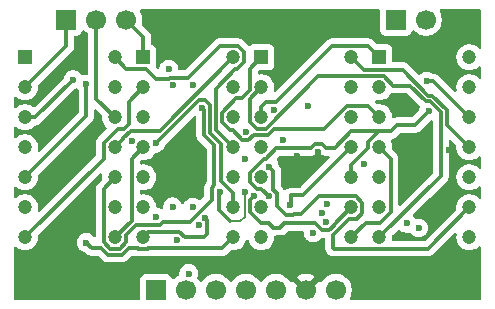
<source format=gbr>
%TF.GenerationSoftware,KiCad,Pcbnew,9.0.6*%
%TF.CreationDate,2025-12-12T15:58:06+01:00*%
%TF.ProjectId,nsm4202A_MAN3910,6e736d34-3230-4324-915f-4d414e333931,rev?*%
%TF.SameCoordinates,Original*%
%TF.FileFunction,Copper,L2,Inr*%
%TF.FilePolarity,Positive*%
%FSLAX46Y46*%
G04 Gerber Fmt 4.6, Leading zero omitted, Abs format (unit mm)*
G04 Created by KiCad (PCBNEW 9.0.6) date 2025-12-12 15:58:06*
%MOMM*%
%LPD*%
G01*
G04 APERTURE LIST*
%TA.AperFunction,ComponentPad*%
%ADD10R,1.700000X1.700000*%
%TD*%
%TA.AperFunction,ComponentPad*%
%ADD11C,1.700000*%
%TD*%
%TA.AperFunction,ComponentPad*%
%ADD12R,1.200000X1.200000*%
%TD*%
%TA.AperFunction,ComponentPad*%
%ADD13C,1.200000*%
%TD*%
%TA.AperFunction,ViaPad*%
%ADD14C,0.600000*%
%TD*%
%TA.AperFunction,Conductor*%
%ADD15C,0.300000*%
%TD*%
%TA.AperFunction,Conductor*%
%ADD16C,0.200000*%
%TD*%
G04 APERTURE END LIST*
D10*
%TO.N,/D1_R1*%
%TO.C,J3*%
X104900000Y-76340000D03*
D11*
%TO.N,/D1_R2*%
X107440000Y-76340000D03*
%TO.N,/D1_R3*%
X109980000Y-76340000D03*
%TD*%
D10*
%TO.N,unconnected-(J1-Pin_1-Pad1)*%
%TO.C,J1*%
X112500000Y-99200000D03*
D11*
%TO.N,/SDA*%
X115040000Y-99200000D03*
%TO.N,/SCL*%
X117580000Y-99200000D03*
%TO.N,+5V*%
X120120000Y-99200000D03*
%TO.N,unconnected-(J1-Pin_5-Pad5)*%
X122660000Y-99200000D03*
%TO.N,GND*%
X125200000Y-99200000D03*
%TO.N,/D1_C8*%
X127740000Y-99200000D03*
%TD*%
D10*
%TO.N,/D1_R4*%
%TO.C,J2*%
X132825000Y-76340000D03*
D11*
%TO.N,/D1_R5*%
X135365000Y-76340000D03*
%TD*%
D12*
%TO.N,/D2_R3*%
%TO.C,DS4*%
X131420000Y-79520400D03*
D13*
%TO.N,/D2_C1*%
X131420000Y-82060400D03*
%TO.N,/D2_C3*%
X131420000Y-84600400D03*
%TO.N,/D2_C4*%
X131420000Y-87140400D03*
%TO.N,/D2_R2*%
X131420000Y-89680400D03*
%TO.N,unconnected-(DS4-NO_PIN-Pad6)*%
X131420000Y-92220400D03*
%TO.N,/D2_R1*%
X131420000Y-94760400D03*
%TO.N,/D2_R4*%
X139040000Y-94760400D03*
%TO.N,/D2_C7*%
X139040000Y-92220400D03*
%TO.N,/D2_C6*%
X139040000Y-89680400D03*
%TO.N,/D2_C5*%
X139040000Y-87140400D03*
%TO.N,/D2_C2*%
X139040000Y-84600400D03*
%TO.N,/D2_R6*%
X139040000Y-82060400D03*
%TO.N,/D2_R5*%
X139040000Y-79520400D03*
%TD*%
D12*
%TO.N,/D1_C3*%
%TO.C,DS1*%
X101420000Y-79520400D03*
D13*
%TO.N,/D1_R1*%
X101420000Y-82060400D03*
%TO.N,/D1_R3*%
X101420000Y-84600400D03*
%TO.N,/D1_R4*%
X101420000Y-87140400D03*
%TO.N,/D1_C2*%
X101420000Y-89680400D03*
%TO.N,unconnected-(DS1-NO_PIN-Pad6)*%
X101420000Y-92220400D03*
%TO.N,/D1_C1*%
X101420000Y-94760400D03*
%TO.N,/D1_C4*%
X109040000Y-94760400D03*
%TO.N,/D1_R7*%
X109040000Y-92220400D03*
%TO.N,/D1_R6*%
X109040000Y-89680400D03*
%TO.N,/D1_R5*%
X109040000Y-87140400D03*
%TO.N,/D1_R2*%
X109040000Y-84600400D03*
%TO.N,/D1_C6*%
X109040000Y-82060400D03*
%TO.N,/D1_C5*%
X109040000Y-79520400D03*
%TD*%
D12*
%TO.N,/D1_R3*%
%TO.C,DS2*%
X111420000Y-79520400D03*
D13*
%TO.N,/D1_C1*%
X111420000Y-82060400D03*
%TO.N,/D1_C3*%
X111420000Y-84600400D03*
%TO.N,/D1_C4*%
X111420000Y-87140400D03*
%TO.N,/D1_R2*%
X111420000Y-89680400D03*
%TO.N,unconnected-(DS2-NO_PIN-Pad6)*%
X111420000Y-92220400D03*
%TO.N,/D1_R1*%
X111420000Y-94760400D03*
%TO.N,/D1_R4*%
X119040000Y-94760400D03*
%TO.N,/D1_C7*%
X119040000Y-92220400D03*
%TO.N,/D1_C6*%
X119040000Y-89680400D03*
%TO.N,/D1_C5*%
X119040000Y-87140400D03*
%TO.N,/D1_C2*%
X119040000Y-84600400D03*
%TO.N,/D1_R6*%
X119040000Y-82060400D03*
%TO.N,/D1_R5*%
X119040000Y-79520400D03*
%TD*%
D12*
%TO.N,/D2_C3*%
%TO.C,DS3*%
X121420000Y-79520400D03*
D13*
%TO.N,/D2_R1*%
X121420000Y-82060400D03*
%TO.N,/D2_R3*%
X121420000Y-84600400D03*
%TO.N,/D2_R4*%
X121420000Y-87140400D03*
%TO.N,/D2_C2*%
X121420000Y-89680400D03*
%TO.N,unconnected-(DS3-NO_PIN-Pad6)*%
X121420000Y-92220400D03*
%TO.N,/D2_C1*%
X121420000Y-94760400D03*
%TO.N,/D2_C4*%
X129040000Y-94760400D03*
%TO.N,/D2_R7*%
X129040000Y-92220400D03*
%TO.N,/D2_R6*%
X129040000Y-89680400D03*
%TO.N,/D2_R5*%
X129040000Y-87140400D03*
%TO.N,/D2_R2*%
X129040000Y-84600400D03*
%TO.N,/D2_C6*%
X129040000Y-82060400D03*
%TO.N,/D2_C5*%
X129040000Y-79520400D03*
%TD*%
D14*
%TO.N,GND*%
X120420000Y-96200000D03*
%TO.N,/SDA*%
X120100000Y-85825000D03*
X133750000Y-93575000D03*
%TO.N,/SCL*%
X120075000Y-88100000D03*
X134742985Y-93965644D03*
X115271950Y-97819346D03*
%TO.N,+5V*%
X117912366Y-90887634D03*
X120054400Y-90932320D03*
X125814154Y-94371605D03*
X130161231Y-88513200D03*
X113925000Y-92175000D03*
%TO.N,GND*%
X133750000Y-83110000D03*
X133280000Y-98520000D03*
X105400000Y-88740000D03*
X124479999Y-87849999D03*
X105310000Y-84480000D03*
X136100000Y-98490000D03*
X122520000Y-96200000D03*
X106370000Y-77810000D03*
X134700000Y-98510000D03*
X116064800Y-89435200D03*
X124550000Y-79090000D03*
X114620000Y-76420000D03*
X134800000Y-86537500D03*
X109300000Y-97470000D03*
X114250000Y-95010000D03*
X105860000Y-79620000D03*
X123610000Y-80360000D03*
X115230000Y-88600400D03*
X104090000Y-89860000D03*
X138810000Y-98570000D03*
X137410000Y-98490000D03*
X113100000Y-76480000D03*
X106670000Y-91360000D03*
X136650000Y-79240000D03*
X119400000Y-96200000D03*
X104040000Y-81250000D03*
X106180000Y-78580000D03*
X131460000Y-98940000D03*
X105310000Y-92300000D03*
X125230000Y-88600000D03*
X116350000Y-76480000D03*
X136430000Y-93410000D03*
X133550000Y-87520000D03*
X126254334Y-87544772D03*
X114589800Y-87960200D03*
X137440000Y-90550000D03*
X123970000Y-95250000D03*
X103290000Y-85880000D03*
X107440000Y-85830000D03*
X125780000Y-77110000D03*
X125895000Y-88205000D03*
X137320000Y-87390000D03*
%TO.N,/D1_R2*%
X116114522Y-93676145D03*
%TO.N,/D1_C8*%
X110443637Y-86633724D03*
%TO.N,/D1_C2*%
X115650000Y-81850000D03*
X106600000Y-81775000D03*
%TO.N,/D1_C3*%
X113600000Y-80500000D03*
%TO.N,/D1_C7*%
X112510824Y-86776244D03*
%TO.N,/D1_C4*%
X113991398Y-81886544D03*
%TO.N,/D1_R4*%
X106600000Y-95200000D03*
%TO.N,/D1_R1*%
X116696370Y-93099467D03*
%TO.N,/D1_R3*%
X105500000Y-81400000D03*
X115631192Y-92184745D03*
%TO.N,/D1_R6*%
X116408146Y-83824603D03*
%TO.N,/D1_R5*%
X112550000Y-93050000D03*
%TO.N,/D2_R5*%
X123829318Y-92030621D03*
%TO.N,/D2_C7*%
X122106317Y-88757646D03*
%TO.N,/D2_C2*%
X135425000Y-81550000D03*
%TO.N,/D2_R7*%
X120797752Y-91253284D03*
%TO.N,/D2_R6*%
X122071478Y-91285194D03*
X135585419Y-84089581D03*
%TO.N,/D2_R3*%
X126561789Y-92675350D03*
%TO.N,/D2_C5*%
X122471080Y-83975000D03*
%TO.N,/D2_C6*%
X123275000Y-86475000D03*
%TO.N,/D2_R4*%
X126875000Y-93475000D03*
%TO.N,/D2_R2*%
X127014459Y-91955910D03*
%TO.N,/D2_C4*%
X125366381Y-83594670D03*
%TD*%
D15*
%TO.N,+5V*%
X117804775Y-90995225D02*
X117912366Y-90887634D01*
D16*
X120018000Y-90968720D02*
X120018000Y-93022000D01*
D15*
X117804775Y-92465775D02*
X117804775Y-90995225D01*
D16*
X120018000Y-93022000D02*
X119640000Y-93400000D01*
X119640000Y-93400000D02*
X118739000Y-93400000D01*
X120054400Y-90932320D02*
X120018000Y-90968720D01*
D15*
X118739000Y-93400000D02*
X117804775Y-92465775D01*
%TO.N,/D1_R2*%
X107440000Y-83000400D02*
X109040000Y-84600400D01*
X107440000Y-76340000D02*
X107440000Y-83000400D01*
%TO.N,/D1_C5*%
X117589000Y-85689400D02*
X117589000Y-82166482D01*
X120000000Y-79100000D02*
X119469400Y-78569400D01*
X113735751Y-81227242D02*
X113648251Y-81314742D01*
X119380318Y-80525000D02*
X120000000Y-79905318D01*
X112539742Y-81314742D02*
X111696400Y-80471400D01*
X120000000Y-79905318D02*
X120000000Y-79100000D01*
X111696400Y-80471400D02*
X109991000Y-80471400D01*
X119469400Y-78569400D02*
X117905600Y-78569400D01*
X117589000Y-82166482D02*
X119230482Y-80525000D01*
X109991000Y-80471400D02*
X109040000Y-79520400D01*
X115247758Y-81227242D02*
X113735751Y-81227242D01*
X119230482Y-80525000D02*
X119380318Y-80525000D01*
X117905600Y-78569400D02*
X115247758Y-81227242D01*
X119040000Y-87140400D02*
X117589000Y-85689400D01*
X113648251Y-81314742D02*
X112539742Y-81314742D01*
%TO.N,/D1_C2*%
X101420000Y-89680400D02*
X106600000Y-84500400D01*
X106600000Y-84500400D02*
X106600000Y-81775000D01*
%TO.N,/D1_C7*%
X119040000Y-91025318D02*
X119040000Y-92220400D01*
X116162465Y-83124603D02*
X116698096Y-83124603D01*
X112510824Y-86776244D02*
X116162465Y-83124603D01*
X116698096Y-83124603D02*
X117088000Y-83514507D01*
X118025000Y-90010318D02*
X119040000Y-91025318D01*
X117088000Y-83514507D02*
X117088000Y-85896921D01*
X117088000Y-85896921D02*
X118025000Y-86833920D01*
X118025000Y-86833920D02*
X118025000Y-90010318D01*
%TO.N,/D1_C4*%
X110469000Y-93331400D02*
X110469000Y-88091400D01*
X110469000Y-88091400D02*
X111420000Y-87140400D01*
X109040000Y-94760400D02*
X110469000Y-93331400D01*
%TO.N,/D1_R4*%
X118140400Y-95660000D02*
X119040000Y-94760400D01*
X107060000Y-95660000D02*
X107887576Y-95660000D01*
X106600000Y-95200000D02*
X107060000Y-95660000D01*
X110974682Y-95660000D02*
X111026082Y-95711400D01*
X107887576Y-95660000D02*
X108438976Y-96211400D01*
X111026082Y-95711400D02*
X111813918Y-95711400D01*
X111865318Y-95660000D02*
X118140400Y-95660000D01*
X109641024Y-96211400D02*
X110192424Y-95660000D01*
X108438976Y-96211400D02*
X109641024Y-96211400D01*
X111813918Y-95711400D02*
X111865318Y-95660000D01*
X110192424Y-95660000D02*
X110974682Y-95660000D01*
%TO.N,/D1_R1*%
X111870400Y-94310000D02*
X114499600Y-94310000D01*
X116600880Y-94760400D02*
X116850000Y-94511280D01*
X111420000Y-94760400D02*
X111870400Y-94310000D01*
X114499600Y-94310000D02*
X114950000Y-94760400D01*
X104900000Y-76340000D02*
X104900000Y-78580400D01*
X114950000Y-94760400D02*
X116600880Y-94760400D01*
X116850000Y-93253097D02*
X116696370Y-93099467D01*
X104900000Y-78580400D02*
X101420000Y-82060400D01*
X116850000Y-94511280D02*
X116850000Y-93253097D01*
%TO.N,/D1_R3*%
X111420000Y-77780000D02*
X111420000Y-79520400D01*
X102299600Y-84600400D02*
X105500000Y-81400000D01*
X109980000Y-76340000D02*
X111420000Y-77780000D01*
X101420000Y-84600400D02*
X102299600Y-84600400D01*
%TO.N,/D1_C1*%
X109273600Y-85551400D02*
X109828904Y-85551400D01*
X101420000Y-94760400D02*
X108089000Y-88091400D01*
X108089000Y-88091400D02*
X108089000Y-86736000D01*
X108089000Y-86736000D02*
X109273600Y-85551400D01*
X110225000Y-85155304D02*
X110225000Y-83255400D01*
X110225000Y-83255400D02*
X111420000Y-82060400D01*
X109828904Y-85551400D02*
X110225000Y-85155304D01*
%TO.N,/D1_R6*%
X117212366Y-90597684D02*
X117450000Y-90360050D01*
X116587000Y-84003457D02*
X116408146Y-83824603D01*
X109991000Y-95154318D02*
X109991000Y-94517920D01*
X108646082Y-95711400D02*
X109433918Y-95711400D01*
X108089000Y-90631400D02*
X108089000Y-95154318D01*
X109433918Y-95711400D02*
X109991000Y-95154318D01*
X117450000Y-86967441D02*
X116587000Y-86104442D01*
X109040000Y-89680400D02*
X108089000Y-90631400D01*
X113081070Y-93446744D02*
X115361624Y-93446744D01*
X109991000Y-94517920D02*
X110808920Y-93700000D01*
X110808920Y-93700000D02*
X112827814Y-93700000D01*
X116587000Y-86104442D02*
X116587000Y-84003457D01*
X115361624Y-93446744D02*
X117212366Y-91596002D01*
X117212366Y-91596002D02*
X117212366Y-90597684D01*
X112827814Y-93700000D02*
X113081070Y-93446744D01*
X117450000Y-90360050D02*
X117450000Y-86967441D01*
X108089000Y-95154318D02*
X108646082Y-95711400D01*
%TO.N,/D1_R5*%
X109743637Y-86436763D02*
X109743637Y-86343774D01*
X109040000Y-87140400D02*
X109743637Y-86436763D01*
X110362411Y-85725000D02*
X112835400Y-85725000D01*
X109743637Y-86343774D02*
X110362411Y-85725000D01*
X112835400Y-85725000D02*
X119040000Y-79520400D01*
%TO.N,/D2_R5*%
X129040000Y-87140400D02*
X124980400Y-91200000D01*
X124980400Y-91200000D02*
X123958019Y-91200000D01*
X123958019Y-91200000D02*
X123958019Y-91791981D01*
%TO.N,/D2_C7*%
X128075000Y-93972056D02*
X128075000Y-93924170D01*
X129433918Y-91269400D02*
X126325214Y-91269400D01*
X122721478Y-91009970D02*
X122450000Y-90738492D01*
X129503600Y-93171400D02*
X129991000Y-92684000D01*
X127489950Y-95639950D02*
X127489950Y-94557106D01*
X124174303Y-92800000D02*
X124102825Y-92871478D01*
X128075000Y-93924170D02*
X128827770Y-93171400D01*
X128827770Y-93171400D02*
X129503600Y-93171400D01*
X124102825Y-92871478D02*
X123522925Y-92871478D01*
X122450000Y-89101329D02*
X122106317Y-88757646D01*
X129991000Y-92684000D02*
X129991000Y-91826482D01*
X123522925Y-92871478D02*
X122721478Y-92070031D01*
X135549000Y-95711400D02*
X127561400Y-95711400D01*
X127561400Y-95711400D02*
X127489950Y-95639950D01*
X129991000Y-91826482D02*
X129433918Y-91269400D01*
X122450000Y-90738492D02*
X122450000Y-89101329D01*
X127489950Y-94557106D02*
X128075000Y-93972056D01*
X122721478Y-92070031D02*
X122721478Y-91009970D01*
X126325214Y-91269400D02*
X124794614Y-92800000D01*
X124794614Y-92800000D02*
X124174303Y-92800000D01*
X139040000Y-92220400D02*
X135549000Y-95711400D01*
%TO.N,/D2_C2*%
X135989600Y-81550000D02*
X135425000Y-81550000D01*
X139040000Y-84600400D02*
X135989600Y-81550000D01*
%TO.N,/D2_R7*%
X127575000Y-93685400D02*
X127575000Y-93764950D01*
X122077375Y-93582521D02*
X121437203Y-93582521D01*
X120469000Y-92614318D02*
X120469000Y-91582036D01*
X120469000Y-91582036D02*
X120797752Y-91253284D01*
X127575000Y-93764950D02*
X127164950Y-94175000D01*
X121437203Y-93582521D02*
X120469000Y-92614318D01*
X122440086Y-93945232D02*
X122077375Y-93582521D01*
X127164950Y-94175000D02*
X126536789Y-94175000D01*
X125944310Y-93582521D02*
X123382697Y-93582521D01*
X123382697Y-93582521D02*
X123019986Y-93945232D01*
X126536789Y-94175000D02*
X125944310Y-93582521D01*
X129040000Y-92220400D02*
X127575000Y-93685400D01*
X123019986Y-93945232D02*
X122440086Y-93945232D01*
%TO.N,/D2_R6*%
X121813918Y-88091400D02*
X122705318Y-87200000D01*
X122705318Y-87200000D02*
X125609156Y-87200000D01*
X121417684Y-90631400D02*
X121026082Y-90631400D01*
X130469000Y-87181000D02*
X130469000Y-86707400D01*
X132425000Y-85775000D02*
X132950000Y-85250000D01*
X129060482Y-85775000D02*
X131401400Y-85775000D01*
X134425000Y-85250000D02*
X135585419Y-84089581D01*
X125964384Y-86844772D02*
X126544284Y-86844772D01*
X122071478Y-91285194D02*
X121417684Y-90631400D01*
X129040000Y-88610000D02*
X130469000Y-87181000D01*
X127635482Y-87200000D02*
X129060482Y-85775000D01*
X126544284Y-86844772D02*
X126899512Y-87200000D01*
X130469000Y-86707400D02*
X131401400Y-85775000D01*
X121664082Y-88091400D02*
X121813918Y-88091400D01*
X120469000Y-89286482D02*
X121664082Y-88091400D01*
X125609156Y-87200000D02*
X125964384Y-86844772D01*
X120469000Y-90074318D02*
X120469000Y-89286482D01*
X121026082Y-90631400D02*
X120469000Y-90074318D01*
X132950000Y-85250000D02*
X134425000Y-85250000D01*
X131401400Y-85775000D02*
X132425000Y-85775000D01*
X126899512Y-87200000D02*
X127635482Y-87200000D01*
X129040000Y-89680400D02*
X129040000Y-88610000D01*
%TO.N,/D2_R1*%
X121026082Y-85551400D02*
X120469000Y-84994318D01*
X120469000Y-83011400D02*
X121420000Y-82060400D01*
X136625000Y-89555400D02*
X136625000Y-84164212D01*
X120469000Y-84994318D02*
X120469000Y-83011400D01*
X132604518Y-81900000D02*
X131813918Y-81109400D01*
X131420000Y-94760400D02*
X136625000Y-89555400D01*
X135364950Y-83250000D02*
X134014950Y-81900000D01*
X135710788Y-83250000D02*
X135364950Y-83250000D01*
X121813918Y-85551400D02*
X121026082Y-85551400D01*
X126255918Y-81109400D02*
X121813918Y-85551400D01*
X136625000Y-84164212D02*
X135710788Y-83250000D01*
X131813918Y-81109400D02*
X126255918Y-81109400D01*
X134014950Y-81900000D02*
X132604518Y-81900000D01*
%TO.N,/D2_R3*%
X122695400Y-83325000D02*
X121782411Y-83325000D01*
X127451000Y-78569400D02*
X122695400Y-83325000D01*
X130469000Y-78569400D02*
X127451000Y-78569400D01*
X121782411Y-83325000D02*
X121420000Y-83687411D01*
X131420000Y-79520400D02*
X130469000Y-78569400D01*
X121420000Y-83687411D02*
X121420000Y-84600400D01*
%TO.N,/D2_C5*%
X133397057Y-80575000D02*
X135572057Y-82750000D01*
X135572057Y-82750000D02*
X135917895Y-82750000D01*
X129040000Y-79520400D02*
X130094600Y-80575000D01*
X135917895Y-82750000D02*
X137125000Y-83957105D01*
X137125000Y-83957105D02*
X137125000Y-85225400D01*
X130094600Y-80575000D02*
X133397057Y-80575000D01*
X137125000Y-85225400D02*
X139040000Y-87140400D01*
%TO.N,/D2_C3*%
X120469000Y-80471400D02*
X120469000Y-82304294D01*
X120800000Y-86051400D02*
X122021025Y-86051400D01*
X118089000Y-84994318D02*
X118799945Y-85705263D01*
X130469000Y-83649400D02*
X131420000Y-84600400D01*
X122522425Y-85550000D02*
X126745482Y-85550000D01*
X119798294Y-82975000D02*
X119320482Y-82975000D01*
X119320482Y-82975000D02*
X118089000Y-84206482D01*
X118990313Y-85705263D02*
X119810050Y-86525000D01*
X120469000Y-82304294D02*
X119798294Y-82975000D01*
X126745482Y-85550000D02*
X128646082Y-83649400D01*
X120326400Y-86525000D02*
X120800000Y-86051400D01*
X128646082Y-83649400D02*
X130469000Y-83649400D01*
X118089000Y-84206482D02*
X118089000Y-84994318D01*
X121420000Y-79520400D02*
X120469000Y-80471400D01*
X118799945Y-85705263D02*
X118990313Y-85705263D01*
X119810050Y-86525000D02*
X120326400Y-86525000D01*
X122021025Y-86051400D02*
X122522425Y-85550000D01*
%TO.N,/D2_C4*%
X132371000Y-88091400D02*
X131420000Y-87140400D01*
X130275400Y-93525000D02*
X131460318Y-93525000D01*
X129040000Y-94760400D02*
X130275400Y-93525000D01*
X131460318Y-93525000D02*
X132371000Y-92614318D01*
X132371000Y-92614318D02*
X132371000Y-88091400D01*
%TD*%
%TA.AperFunction,Conductor*%
%TO.N,GND*%
G36*
X107882136Y-89320724D02*
G01*
X107938069Y-89362596D01*
X107962486Y-89428060D01*
X107961275Y-89456303D01*
X107939500Y-89593788D01*
X107939500Y-89767011D01*
X107942461Y-89785708D01*
X107933505Y-89855001D01*
X107907668Y-89892785D01*
X107583722Y-90216731D01*
X107523528Y-90306820D01*
X107512535Y-90323271D01*
X107463499Y-90441655D01*
X107463497Y-90441661D01*
X107438500Y-90567328D01*
X107438500Y-94607216D01*
X107418815Y-94674255D01*
X107366011Y-94720010D01*
X107296853Y-94729954D01*
X107233297Y-94700929D01*
X107226334Y-94693780D01*
X107226097Y-94694018D01*
X107110292Y-94578213D01*
X107110288Y-94578210D01*
X106979185Y-94490609D01*
X106979172Y-94490602D01*
X106833501Y-94430264D01*
X106833489Y-94430261D01*
X106678845Y-94399500D01*
X106678842Y-94399500D01*
X106521158Y-94399500D01*
X106521155Y-94399500D01*
X106366510Y-94430261D01*
X106366498Y-94430264D01*
X106220827Y-94490602D01*
X106220814Y-94490609D01*
X106089711Y-94578210D01*
X106089707Y-94578213D01*
X105978213Y-94689707D01*
X105978210Y-94689711D01*
X105890609Y-94820814D01*
X105890602Y-94820827D01*
X105830264Y-94966498D01*
X105830261Y-94966510D01*
X105799500Y-95121153D01*
X105799500Y-95278846D01*
X105830261Y-95433489D01*
X105830264Y-95433501D01*
X105890602Y-95579172D01*
X105890609Y-95579185D01*
X105978210Y-95710288D01*
X105978213Y-95710292D01*
X106089707Y-95821786D01*
X106089711Y-95821789D01*
X106220814Y-95909390D01*
X106220827Y-95909397D01*
X106308230Y-95945599D01*
X106366503Y-95969737D01*
X106433580Y-95983079D01*
X106495488Y-96015461D01*
X106497012Y-96016958D01*
X106645330Y-96165276D01*
X106645333Y-96165278D01*
X106722257Y-96216677D01*
X106722258Y-96216677D01*
X106732175Y-96223303D01*
X106751872Y-96236465D01*
X106800908Y-96256776D01*
X106870256Y-96285501D01*
X106870260Y-96285501D01*
X106870261Y-96285502D01*
X106995928Y-96310500D01*
X106995931Y-96310500D01*
X107566768Y-96310500D01*
X107633807Y-96330185D01*
X107654449Y-96346819D01*
X108024300Y-96716671D01*
X108024307Y-96716677D01*
X108130847Y-96787864D01*
X108130846Y-96787864D01*
X108165520Y-96802226D01*
X108249232Y-96836901D01*
X108249236Y-96836901D01*
X108249237Y-96836902D01*
X108374904Y-96861900D01*
X108374907Y-96861900D01*
X109705095Y-96861900D01*
X109789639Y-96845082D01*
X109830768Y-96836901D01*
X109949151Y-96787865D01*
X110055693Y-96716677D01*
X110425551Y-96346819D01*
X110452478Y-96332115D01*
X110478297Y-96315523D01*
X110484497Y-96314631D01*
X110486874Y-96313334D01*
X110513232Y-96310500D01*
X110747938Y-96310500D01*
X110795391Y-96319939D01*
X110836338Y-96336901D01*
X110836341Y-96336901D01*
X110836342Y-96336902D01*
X110962010Y-96361900D01*
X110962013Y-96361900D01*
X111877989Y-96361900D01*
X111962533Y-96345082D01*
X112003662Y-96336901D01*
X112044611Y-96319938D01*
X112092064Y-96310500D01*
X118204471Y-96310500D01*
X118289015Y-96293682D01*
X118330144Y-96285501D01*
X118448527Y-96236465D01*
X118478142Y-96216677D01*
X118555069Y-96165277D01*
X118827617Y-95892727D01*
X118888936Y-95859245D01*
X118934689Y-95857938D01*
X118953389Y-95860900D01*
X118953394Y-95860900D01*
X119126610Y-95860900D01*
X119126611Y-95860900D01*
X119297701Y-95833802D01*
X119462445Y-95780273D01*
X119616788Y-95701632D01*
X119756928Y-95599814D01*
X119879414Y-95477328D01*
X119981232Y-95337188D01*
X120059873Y-95182845D01*
X120112069Y-95022200D01*
X120151507Y-94964526D01*
X120215865Y-94937328D01*
X120284712Y-94949243D01*
X120336187Y-94996487D01*
X120347929Y-95022198D01*
X120400127Y-95182845D01*
X120478768Y-95337188D01*
X120580586Y-95477328D01*
X120703072Y-95599814D01*
X120843212Y-95701632D01*
X120997555Y-95780273D01*
X121162299Y-95833802D01*
X121333389Y-95860900D01*
X121333390Y-95860900D01*
X121506610Y-95860900D01*
X121506611Y-95860900D01*
X121677701Y-95833802D01*
X121842445Y-95780273D01*
X121996788Y-95701632D01*
X122136928Y-95599814D01*
X122259414Y-95477328D01*
X122361232Y-95337188D01*
X122439873Y-95182845D01*
X122493402Y-95018101D01*
X122520500Y-94847011D01*
X122520500Y-94719732D01*
X122540185Y-94652693D01*
X122592989Y-94606938D01*
X122644500Y-94595732D01*
X123084057Y-94595732D01*
X123168601Y-94578914D01*
X123209730Y-94570733D01*
X123328113Y-94521697D01*
X123434655Y-94450509D01*
X123615824Y-94269340D01*
X123677147Y-94235855D01*
X123703505Y-94233021D01*
X124889654Y-94233021D01*
X124956693Y-94252706D01*
X125002448Y-94305510D01*
X125013654Y-94357021D01*
X125013654Y-94450451D01*
X125044415Y-94605094D01*
X125044418Y-94605106D01*
X125104756Y-94750777D01*
X125104763Y-94750790D01*
X125192364Y-94881893D01*
X125192367Y-94881897D01*
X125303861Y-94993391D01*
X125303865Y-94993394D01*
X125434968Y-95080995D01*
X125434981Y-95081002D01*
X125531916Y-95121153D01*
X125580657Y-95141342D01*
X125735307Y-95172104D01*
X125735310Y-95172105D01*
X125735312Y-95172105D01*
X125892998Y-95172105D01*
X125892999Y-95172104D01*
X126047651Y-95141342D01*
X126193333Y-95080999D01*
X126324443Y-94993394D01*
X126435943Y-94881894D01*
X126436802Y-94880609D01*
X126437425Y-94880087D01*
X126439807Y-94877186D01*
X126440357Y-94877637D01*
X126442892Y-94875518D01*
X126446191Y-94868297D01*
X126469321Y-94853431D01*
X126490415Y-94835804D01*
X126499788Y-94833852D01*
X126504969Y-94830523D01*
X126539904Y-94825500D01*
X126715450Y-94825500D01*
X126782489Y-94845185D01*
X126828244Y-94897989D01*
X126839450Y-94949500D01*
X126839450Y-95704019D01*
X126857892Y-95796730D01*
X126864449Y-95829694D01*
X126913485Y-95948077D01*
X126958509Y-96015461D01*
X126984676Y-96054623D01*
X127146725Y-96216672D01*
X127146732Y-96216678D01*
X127219727Y-96265451D01*
X127253274Y-96287866D01*
X127322621Y-96316589D01*
X127371656Y-96336901D01*
X127371659Y-96336901D01*
X127371660Y-96336902D01*
X127497328Y-96361900D01*
X127497331Y-96361900D01*
X135613071Y-96361900D01*
X135697615Y-96345082D01*
X135738744Y-96336901D01*
X135857127Y-96287865D01*
X135890671Y-96265452D01*
X135890672Y-96265452D01*
X135945295Y-96228953D01*
X135963669Y-96216677D01*
X137751121Y-94429223D01*
X137812444Y-94395739D01*
X137882135Y-94400723D01*
X137938069Y-94442595D01*
X137962486Y-94508059D01*
X137961275Y-94536302D01*
X137939500Y-94673788D01*
X137939500Y-94847010D01*
X137965235Y-95009500D01*
X137966598Y-95018101D01*
X138020127Y-95182845D01*
X138098768Y-95337188D01*
X138200586Y-95477328D01*
X138323072Y-95599814D01*
X138463212Y-95701632D01*
X138617555Y-95780273D01*
X138782299Y-95833802D01*
X138953389Y-95860900D01*
X138953390Y-95860900D01*
X139126610Y-95860900D01*
X139126611Y-95860900D01*
X139297701Y-95833802D01*
X139462445Y-95780273D01*
X139616788Y-95701632D01*
X139756928Y-95599814D01*
X139837819Y-95518923D01*
X139899142Y-95485438D01*
X139968834Y-95490422D01*
X140024767Y-95532294D01*
X140049184Y-95597758D01*
X140049500Y-95606604D01*
X140049500Y-99925500D01*
X140029815Y-99992539D01*
X139977011Y-100038294D01*
X139925500Y-100049500D01*
X129025209Y-100049500D01*
X128958170Y-100029815D01*
X128912415Y-99977011D01*
X128902471Y-99907853D01*
X128914724Y-99869205D01*
X128929500Y-99840205D01*
X128991557Y-99718412D01*
X129057246Y-99516243D01*
X129090500Y-99306287D01*
X129090500Y-99093713D01*
X129057246Y-98883757D01*
X128991557Y-98681588D01*
X128895051Y-98492184D01*
X128895049Y-98492181D01*
X128895048Y-98492179D01*
X128770109Y-98320213D01*
X128619786Y-98169890D01*
X128447820Y-98044951D01*
X128258414Y-97948444D01*
X128258413Y-97948443D01*
X128258412Y-97948443D01*
X128056243Y-97882754D01*
X128056241Y-97882753D01*
X128056240Y-97882753D01*
X127894957Y-97857208D01*
X127846287Y-97849500D01*
X127633713Y-97849500D01*
X127585042Y-97857208D01*
X127423760Y-97882753D01*
X127221585Y-97948444D01*
X127032179Y-98044951D01*
X126860213Y-98169890D01*
X126709890Y-98320213D01*
X126584949Y-98492182D01*
X126580202Y-98501499D01*
X126532227Y-98552293D01*
X126464405Y-98569087D01*
X126398271Y-98546548D01*
X126359234Y-98501495D01*
X126354626Y-98492452D01*
X126315270Y-98438282D01*
X126315269Y-98438282D01*
X125682962Y-99070589D01*
X125665925Y-99007007D01*
X125600099Y-98892993D01*
X125507007Y-98799901D01*
X125392993Y-98734075D01*
X125329409Y-98717037D01*
X125961716Y-98084728D01*
X125907550Y-98045375D01*
X125718217Y-97948904D01*
X125516129Y-97883242D01*
X125306246Y-97850000D01*
X125093754Y-97850000D01*
X124883872Y-97883242D01*
X124883869Y-97883242D01*
X124681782Y-97948904D01*
X124492439Y-98045380D01*
X124438282Y-98084727D01*
X124438282Y-98084728D01*
X125070591Y-98717037D01*
X125007007Y-98734075D01*
X124892993Y-98799901D01*
X124799901Y-98892993D01*
X124734075Y-99007007D01*
X124717037Y-99070591D01*
X124084728Y-98438282D01*
X124084727Y-98438282D01*
X124045380Y-98492440D01*
X124045376Y-98492446D01*
X124040760Y-98501505D01*
X123992781Y-98552297D01*
X123924959Y-98569087D01*
X123858826Y-98546543D01*
X123819794Y-98501493D01*
X123815051Y-98492184D01*
X123815049Y-98492181D01*
X123815048Y-98492179D01*
X123690109Y-98320213D01*
X123539786Y-98169890D01*
X123367820Y-98044951D01*
X123178414Y-97948444D01*
X123178413Y-97948443D01*
X123178412Y-97948443D01*
X122976243Y-97882754D01*
X122976241Y-97882753D01*
X122976240Y-97882753D01*
X122814957Y-97857208D01*
X122766287Y-97849500D01*
X122553713Y-97849500D01*
X122505042Y-97857208D01*
X122343760Y-97882753D01*
X122141585Y-97948444D01*
X121952179Y-98044951D01*
X121780213Y-98169890D01*
X121629890Y-98320213D01*
X121504949Y-98492182D01*
X121500484Y-98500946D01*
X121452509Y-98551742D01*
X121384688Y-98568536D01*
X121318553Y-98545998D01*
X121279516Y-98500946D01*
X121275050Y-98492182D01*
X121150109Y-98320213D01*
X120999786Y-98169890D01*
X120827820Y-98044951D01*
X120638414Y-97948444D01*
X120638413Y-97948443D01*
X120638412Y-97948443D01*
X120436243Y-97882754D01*
X120436241Y-97882753D01*
X120436240Y-97882753D01*
X120274957Y-97857208D01*
X120226287Y-97849500D01*
X120013713Y-97849500D01*
X119965042Y-97857208D01*
X119803760Y-97882753D01*
X119601585Y-97948444D01*
X119412179Y-98044951D01*
X119240213Y-98169890D01*
X119089890Y-98320213D01*
X118964949Y-98492182D01*
X118960484Y-98500946D01*
X118912509Y-98551742D01*
X118844688Y-98568536D01*
X118778553Y-98545998D01*
X118739516Y-98500946D01*
X118735050Y-98492182D01*
X118610109Y-98320213D01*
X118459786Y-98169890D01*
X118287820Y-98044951D01*
X118098414Y-97948444D01*
X118098413Y-97948443D01*
X118098412Y-97948443D01*
X117896243Y-97882754D01*
X117896241Y-97882753D01*
X117896240Y-97882753D01*
X117734957Y-97857208D01*
X117686287Y-97849500D01*
X117473713Y-97849500D01*
X117425042Y-97857208D01*
X117263760Y-97882753D01*
X117061585Y-97948444D01*
X116872179Y-98044951D01*
X116700213Y-98169890D01*
X116549890Y-98320213D01*
X116424949Y-98492182D01*
X116420484Y-98500946D01*
X116372509Y-98551742D01*
X116304688Y-98568536D01*
X116238553Y-98545998D01*
X116199516Y-98500946D01*
X116195050Y-98492182D01*
X116070109Y-98320213D01*
X116030287Y-98280391D01*
X115996802Y-98219068D01*
X116001786Y-98149376D01*
X116003384Y-98145313D01*
X116041687Y-98052843D01*
X116072450Y-97898188D01*
X116072450Y-97740504D01*
X116072450Y-97740501D01*
X116072449Y-97740499D01*
X116041688Y-97585856D01*
X116041687Y-97585849D01*
X116041685Y-97585844D01*
X115981347Y-97440173D01*
X115981340Y-97440160D01*
X115893739Y-97309057D01*
X115893736Y-97309053D01*
X115782242Y-97197559D01*
X115782238Y-97197556D01*
X115651135Y-97109955D01*
X115651122Y-97109948D01*
X115505451Y-97049610D01*
X115505439Y-97049607D01*
X115350795Y-97018846D01*
X115350792Y-97018846D01*
X115193108Y-97018846D01*
X115193105Y-97018846D01*
X115038460Y-97049607D01*
X115038448Y-97049610D01*
X114892777Y-97109948D01*
X114892764Y-97109955D01*
X114761661Y-97197556D01*
X114761657Y-97197559D01*
X114650163Y-97309053D01*
X114650160Y-97309057D01*
X114562559Y-97440160D01*
X114562552Y-97440173D01*
X114502214Y-97585844D01*
X114502211Y-97585856D01*
X114471450Y-97740499D01*
X114471450Y-97898001D01*
X114451765Y-97965040D01*
X114403746Y-98008485D01*
X114332182Y-98044949D01*
X114160215Y-98169889D01*
X114046673Y-98283431D01*
X113985350Y-98316915D01*
X113915658Y-98311931D01*
X113859725Y-98270059D01*
X113842810Y-98239082D01*
X113793797Y-98107671D01*
X113793793Y-98107664D01*
X113707547Y-97992455D01*
X113707544Y-97992452D01*
X113592335Y-97906206D01*
X113592328Y-97906202D01*
X113457482Y-97855908D01*
X113457483Y-97855908D01*
X113397883Y-97849501D01*
X113397881Y-97849500D01*
X113397873Y-97849500D01*
X113397864Y-97849500D01*
X111602129Y-97849500D01*
X111602123Y-97849501D01*
X111542516Y-97855908D01*
X111407671Y-97906202D01*
X111407664Y-97906206D01*
X111292455Y-97992452D01*
X111292452Y-97992455D01*
X111206206Y-98107664D01*
X111206202Y-98107671D01*
X111155908Y-98242517D01*
X111151510Y-98283431D01*
X111149500Y-98302127D01*
X111149500Y-99134174D01*
X111149501Y-99925500D01*
X111129816Y-99992539D01*
X111077013Y-100038294D01*
X111025501Y-100049500D01*
X100574500Y-100049500D01*
X100507461Y-100029815D01*
X100461706Y-99977011D01*
X100450500Y-99925500D01*
X100450500Y-95646604D01*
X100470185Y-95579565D01*
X100522989Y-95533810D01*
X100592147Y-95523866D01*
X100655703Y-95552891D01*
X100662181Y-95558923D01*
X100703072Y-95599814D01*
X100843212Y-95701632D01*
X100997555Y-95780273D01*
X101162299Y-95833802D01*
X101333389Y-95860900D01*
X101333390Y-95860900D01*
X101506610Y-95860900D01*
X101506611Y-95860900D01*
X101677701Y-95833802D01*
X101842445Y-95780273D01*
X101996788Y-95701632D01*
X102136928Y-95599814D01*
X102259414Y-95477328D01*
X102361232Y-95337188D01*
X102439873Y-95182845D01*
X102493402Y-95018101D01*
X102520500Y-94847011D01*
X102520500Y-94673789D01*
X102517538Y-94655091D01*
X102526491Y-94585803D01*
X102552327Y-94548017D01*
X107751121Y-89349225D01*
X107812444Y-89315740D01*
X107882136Y-89320724D01*
G37*
%TD.AperFunction*%
%TA.AperFunction,Conductor*%
G36*
X137480703Y-86501495D02*
G01*
X137487181Y-86507527D01*
X137907668Y-86928014D01*
X137941153Y-86989337D01*
X137942461Y-87035091D01*
X137939500Y-87053789D01*
X137939500Y-87227011D01*
X137947677Y-87278639D01*
X137966586Y-87398030D01*
X137966598Y-87398101D01*
X138020127Y-87562845D01*
X138098768Y-87717188D01*
X138200586Y-87857328D01*
X138323072Y-87979814D01*
X138463212Y-88081632D01*
X138617555Y-88160273D01*
X138782299Y-88213802D01*
X138953389Y-88240900D01*
X138953390Y-88240900D01*
X139126610Y-88240900D01*
X139126611Y-88240900D01*
X139297701Y-88213802D01*
X139462445Y-88160273D01*
X139616788Y-88081632D01*
X139756928Y-87979814D01*
X139837819Y-87898923D01*
X139899142Y-87865438D01*
X139968834Y-87870422D01*
X140024767Y-87912294D01*
X140049184Y-87977758D01*
X140049500Y-87986604D01*
X140049500Y-88834196D01*
X140029815Y-88901235D01*
X139977011Y-88946990D01*
X139907853Y-88956934D01*
X139844297Y-88927909D01*
X139837819Y-88921877D01*
X139756930Y-88840988D01*
X139756928Y-88840986D01*
X139616788Y-88739168D01*
X139513734Y-88686660D01*
X139462447Y-88660528D01*
X139462446Y-88660527D01*
X139462445Y-88660527D01*
X139297701Y-88606998D01*
X139297699Y-88606997D01*
X139297698Y-88606997D01*
X139154284Y-88584283D01*
X139126611Y-88579900D01*
X138953389Y-88579900D01*
X138925716Y-88584283D01*
X138782302Y-88606997D01*
X138617552Y-88660528D01*
X138463211Y-88739168D01*
X138389500Y-88792723D01*
X138323072Y-88840986D01*
X138323070Y-88840988D01*
X138323069Y-88840988D01*
X138200588Y-88963469D01*
X138200588Y-88963470D01*
X138200586Y-88963472D01*
X138189773Y-88978355D01*
X138098768Y-89103611D01*
X138020128Y-89257952D01*
X137966597Y-89422702D01*
X137939500Y-89593789D01*
X137939500Y-89767010D01*
X137963174Y-89916487D01*
X137966598Y-89938101D01*
X138020127Y-90102845D01*
X138098768Y-90257188D01*
X138200586Y-90397328D01*
X138323072Y-90519814D01*
X138463212Y-90621632D01*
X138617555Y-90700273D01*
X138782299Y-90753802D01*
X138953389Y-90780900D01*
X138953390Y-90780900D01*
X139126610Y-90780900D01*
X139126611Y-90780900D01*
X139297701Y-90753802D01*
X139462445Y-90700273D01*
X139616788Y-90621632D01*
X139756928Y-90519814D01*
X139837819Y-90438923D01*
X139899142Y-90405438D01*
X139968834Y-90410422D01*
X140024767Y-90452294D01*
X140049184Y-90517758D01*
X140049500Y-90526604D01*
X140049500Y-91374196D01*
X140029815Y-91441235D01*
X139977011Y-91486990D01*
X139907853Y-91496934D01*
X139844297Y-91467909D01*
X139837819Y-91461877D01*
X139756930Y-91380988D01*
X139756928Y-91380986D01*
X139616788Y-91279168D01*
X139462445Y-91200527D01*
X139297701Y-91146998D01*
X139297699Y-91146997D01*
X139297698Y-91146997D01*
X139154284Y-91124283D01*
X139126611Y-91119900D01*
X138953389Y-91119900D01*
X138925716Y-91124283D01*
X138782302Y-91146997D01*
X138617552Y-91200528D01*
X138463211Y-91279168D01*
X138397988Y-91326556D01*
X138323072Y-91380986D01*
X138323070Y-91380988D01*
X138323069Y-91380988D01*
X138200588Y-91503469D01*
X138200588Y-91503470D01*
X138200586Y-91503472D01*
X138189773Y-91518355D01*
X138098768Y-91643611D01*
X138020128Y-91797952D01*
X137966597Y-91962702D01*
X137939500Y-92133789D01*
X137939500Y-92307016D01*
X137942460Y-92325706D01*
X137933505Y-92394999D01*
X137907668Y-92432784D01*
X135315873Y-95024581D01*
X135254550Y-95058066D01*
X135228192Y-95060900D01*
X132631808Y-95060900D01*
X132564769Y-95041215D01*
X132519014Y-94988411D01*
X132509070Y-94919253D01*
X132509335Y-94917502D01*
X132511262Y-94905340D01*
X132520500Y-94847011D01*
X132520500Y-94673789D01*
X132517538Y-94655091D01*
X132526491Y-94585803D01*
X132552327Y-94548017D01*
X132983952Y-94116393D01*
X133045275Y-94082908D01*
X133114967Y-94087892D01*
X133159314Y-94116393D01*
X133239707Y-94196786D01*
X133239711Y-94196789D01*
X133370814Y-94284390D01*
X133370827Y-94284397D01*
X133516498Y-94344735D01*
X133516503Y-94344737D01*
X133671153Y-94375499D01*
X133671156Y-94375500D01*
X133671158Y-94375500D01*
X133828844Y-94375500D01*
X133922420Y-94356885D01*
X133946400Y-94352116D01*
X134015992Y-94358343D01*
X134071169Y-94401206D01*
X134073694Y-94404842D01*
X134121195Y-94475932D01*
X134121198Y-94475936D01*
X134232692Y-94587430D01*
X134232696Y-94587433D01*
X134363799Y-94675034D01*
X134363812Y-94675041D01*
X134496386Y-94729954D01*
X134509488Y-94735381D01*
X134664138Y-94766143D01*
X134664141Y-94766144D01*
X134664143Y-94766144D01*
X134821829Y-94766144D01*
X134821830Y-94766143D01*
X134976482Y-94735381D01*
X135122164Y-94675038D01*
X135253274Y-94587433D01*
X135364774Y-94475933D01*
X135452379Y-94344823D01*
X135452416Y-94344735D01*
X135496174Y-94239091D01*
X135512722Y-94199141D01*
X135543485Y-94044486D01*
X135543485Y-93886802D01*
X135543485Y-93886799D01*
X135543484Y-93886797D01*
X135531156Y-93824821D01*
X135512722Y-93732147D01*
X135494021Y-93686998D01*
X135452382Y-93586471D01*
X135452375Y-93586458D01*
X135364774Y-93455355D01*
X135364771Y-93455351D01*
X135253277Y-93343857D01*
X135253273Y-93343854D01*
X135122170Y-93256253D01*
X135122157Y-93256246D01*
X134976486Y-93195908D01*
X134976474Y-93195905D01*
X134821830Y-93165144D01*
X134821827Y-93165144D01*
X134664143Y-93165144D01*
X134664138Y-93165144D01*
X134546583Y-93188527D01*
X134533381Y-93187345D01*
X134520612Y-93190897D01*
X134499257Y-93184292D01*
X134476991Y-93182300D01*
X134465029Y-93173705D01*
X134453862Y-93170252D01*
X134437427Y-93153875D01*
X134427523Y-93146759D01*
X134423102Y-93141506D01*
X134371789Y-93064711D01*
X134287633Y-92980555D01*
X134284205Y-92976482D01*
X134272201Y-92949168D01*
X134257908Y-92922991D01*
X134258298Y-92917530D01*
X134256095Y-92912516D01*
X134260764Y-92883052D01*
X134262892Y-92853299D01*
X134266326Y-92847955D01*
X134267031Y-92843508D01*
X134274736Y-92834868D01*
X134291393Y-92808952D01*
X135678469Y-91421877D01*
X137130277Y-89970069D01*
X137201466Y-89863526D01*
X137250501Y-89745143D01*
X137252609Y-89734549D01*
X137275500Y-89619469D01*
X137275500Y-86595208D01*
X137295185Y-86528169D01*
X137347989Y-86482414D01*
X137417147Y-86472470D01*
X137480703Y-86501495D01*
G37*
%TD.AperFunction*%
%TA.AperFunction,Conductor*%
G36*
X107455703Y-83936495D02*
G01*
X107462181Y-83942527D01*
X107907668Y-84388014D01*
X107941153Y-84449337D01*
X107942461Y-84495091D01*
X107939500Y-84513788D01*
X107939500Y-84687010D01*
X107966541Y-84857745D01*
X107966598Y-84858101D01*
X108020127Y-85022845D01*
X108098768Y-85177188D01*
X108200586Y-85317328D01*
X108200588Y-85317330D01*
X108306474Y-85423216D01*
X108339959Y-85484539D01*
X108334975Y-85554231D01*
X108306474Y-85598578D01*
X107583724Y-86321328D01*
X107523855Y-86410929D01*
X107523856Y-86410930D01*
X107512533Y-86427875D01*
X107463499Y-86546255D01*
X107463497Y-86546261D01*
X107438500Y-86671928D01*
X107438500Y-87770591D01*
X107418815Y-87837630D01*
X107402181Y-87858272D01*
X102708878Y-92551574D01*
X102647555Y-92585059D01*
X102577863Y-92580075D01*
X102521930Y-92538203D01*
X102497513Y-92472739D01*
X102498723Y-92444500D01*
X102520500Y-92307011D01*
X102520500Y-92133789D01*
X102493402Y-91962699D01*
X102439873Y-91797955D01*
X102361232Y-91643612D01*
X102259414Y-91503472D01*
X102136928Y-91380986D01*
X101996788Y-91279168D01*
X101842445Y-91200527D01*
X101677701Y-91146998D01*
X101677699Y-91146997D01*
X101677698Y-91146997D01*
X101534284Y-91124283D01*
X101506611Y-91119900D01*
X101333389Y-91119900D01*
X101305716Y-91124283D01*
X101162302Y-91146997D01*
X100997552Y-91200528D01*
X100843211Y-91279168D01*
X100777988Y-91326556D01*
X100703072Y-91380986D01*
X100703070Y-91380988D01*
X100703069Y-91380988D01*
X100662181Y-91421877D01*
X100600858Y-91455362D01*
X100531166Y-91450378D01*
X100475233Y-91408506D01*
X100450816Y-91343042D01*
X100450500Y-91334196D01*
X100450500Y-90566604D01*
X100470185Y-90499565D01*
X100522989Y-90453810D01*
X100592147Y-90443866D01*
X100655703Y-90472891D01*
X100662181Y-90478923D01*
X100703072Y-90519814D01*
X100843212Y-90621632D01*
X100997555Y-90700273D01*
X101162299Y-90753802D01*
X101333389Y-90780900D01*
X101333390Y-90780900D01*
X101506610Y-90780900D01*
X101506611Y-90780900D01*
X101677701Y-90753802D01*
X101842445Y-90700273D01*
X101996788Y-90621632D01*
X102136928Y-90519814D01*
X102259414Y-90397328D01*
X102361232Y-90257188D01*
X102439873Y-90102845D01*
X102493402Y-89938101D01*
X102520500Y-89767011D01*
X102520500Y-89593789D01*
X102517538Y-89575091D01*
X102526491Y-89505803D01*
X102552327Y-89468017D01*
X107105276Y-84915070D01*
X107176465Y-84808527D01*
X107225501Y-84690144D01*
X107228805Y-84673535D01*
X107238559Y-84624499D01*
X107250500Y-84564471D01*
X107250500Y-84030208D01*
X107270185Y-83963169D01*
X107322989Y-83917414D01*
X107392147Y-83907470D01*
X107455703Y-83936495D01*
G37*
%TD.AperFunction*%
%TA.AperFunction,Conductor*%
G36*
X115855834Y-84453693D02*
G01*
X115911767Y-84495565D01*
X115936184Y-84561029D01*
X115936500Y-84569875D01*
X115936500Y-86168511D01*
X115958732Y-86280276D01*
X115958831Y-86280777D01*
X115958840Y-86280821D01*
X115961498Y-86294185D01*
X116010535Y-86412571D01*
X116081722Y-86519110D01*
X116081728Y-86519117D01*
X116763181Y-87200568D01*
X116796666Y-87261891D01*
X116799500Y-87288249D01*
X116799500Y-90039241D01*
X116779815Y-90106280D01*
X116763181Y-90126922D01*
X116707093Y-90183009D01*
X116707087Y-90183016D01*
X116657744Y-90256864D01*
X116657745Y-90256865D01*
X116635900Y-90289558D01*
X116586865Y-90407939D01*
X116586863Y-90407945D01*
X116561866Y-90533612D01*
X116561866Y-91275193D01*
X116542181Y-91342232D01*
X116525547Y-91362874D01*
X116321154Y-91567266D01*
X116259831Y-91600751D01*
X116190139Y-91595767D01*
X116145792Y-91567266D01*
X116141484Y-91562958D01*
X116141480Y-91562955D01*
X116010377Y-91475354D01*
X116010364Y-91475347D01*
X115864693Y-91415009D01*
X115864681Y-91415006D01*
X115710037Y-91384245D01*
X115710034Y-91384245D01*
X115552350Y-91384245D01*
X115552347Y-91384245D01*
X115397702Y-91415006D01*
X115397690Y-91415009D01*
X115252019Y-91475347D01*
X115252006Y-91475354D01*
X115120903Y-91562955D01*
X115120899Y-91562958D01*
X115009405Y-91674452D01*
X115009402Y-91674456D01*
X114921801Y-91805559D01*
X114921796Y-91805569D01*
X114894675Y-91871046D01*
X114850834Y-91925449D01*
X114784540Y-91947514D01*
X114716840Y-91930235D01*
X114669230Y-91879097D01*
X114665553Y-91871045D01*
X114634397Y-91795827D01*
X114634390Y-91795814D01*
X114546789Y-91664711D01*
X114546786Y-91664707D01*
X114435292Y-91553213D01*
X114435288Y-91553210D01*
X114304185Y-91465609D01*
X114304172Y-91465602D01*
X114158501Y-91405264D01*
X114158489Y-91405261D01*
X114003845Y-91374500D01*
X114003842Y-91374500D01*
X113846158Y-91374500D01*
X113846155Y-91374500D01*
X113691510Y-91405261D01*
X113691498Y-91405264D01*
X113545827Y-91465602D01*
X113545814Y-91465609D01*
X113414711Y-91553210D01*
X113414707Y-91553213D01*
X113303213Y-91664707D01*
X113303210Y-91664711D01*
X113215609Y-91795814D01*
X113215602Y-91795827D01*
X113155264Y-91941498D01*
X113155261Y-91941510D01*
X113124500Y-92096153D01*
X113124500Y-92239127D01*
X113104815Y-92306166D01*
X113052011Y-92351921D01*
X112982853Y-92361865D01*
X112934607Y-92343378D01*
X112934554Y-92343479D01*
X112933750Y-92343049D01*
X112931609Y-92342229D01*
X112929185Y-92340609D01*
X112929172Y-92340602D01*
X112783501Y-92280264D01*
X112783489Y-92280261D01*
X112622868Y-92248311D01*
X112623278Y-92246248D01*
X112567342Y-92223649D01*
X112526995Y-92166606D01*
X112520685Y-92136148D01*
X112520500Y-92133808D01*
X112520500Y-92133789D01*
X112493402Y-91962699D01*
X112439873Y-91797955D01*
X112361232Y-91643612D01*
X112259414Y-91503472D01*
X112136928Y-91380986D01*
X111996788Y-91279168D01*
X111842445Y-91200527D01*
X111677701Y-91146998D01*
X111677699Y-91146997D01*
X111677698Y-91146997D01*
X111534284Y-91124283D01*
X111506611Y-91119900D01*
X111333389Y-91119900D01*
X111262896Y-91131064D01*
X111244355Y-91128668D01*
X111225853Y-91131329D01*
X111210424Y-91124283D01*
X111193603Y-91122109D01*
X111179302Y-91110069D01*
X111162297Y-91102304D01*
X111153126Y-91088034D01*
X111140152Y-91077112D01*
X111134630Y-91059253D01*
X111124523Y-91043526D01*
X111119964Y-91011819D01*
X111119513Y-91010360D01*
X111119500Y-91008591D01*
X111119500Y-90892208D01*
X111139185Y-90825169D01*
X111191989Y-90779414D01*
X111261147Y-90769470D01*
X111262852Y-90769728D01*
X111333389Y-90780900D01*
X111333390Y-90780900D01*
X111506610Y-90780900D01*
X111506611Y-90780900D01*
X111677701Y-90753802D01*
X111842445Y-90700273D01*
X111996788Y-90621632D01*
X112136928Y-90519814D01*
X112259414Y-90397328D01*
X112361232Y-90257188D01*
X112439873Y-90102845D01*
X112493402Y-89938101D01*
X112520500Y-89767011D01*
X112520500Y-89593789D01*
X112493402Y-89422699D01*
X112439873Y-89257955D01*
X112361232Y-89103612D01*
X112259414Y-88963472D01*
X112136928Y-88840986D01*
X111996788Y-88739168D01*
X111893734Y-88686660D01*
X111842447Y-88660528D01*
X111842446Y-88660527D01*
X111842445Y-88660527D01*
X111677701Y-88606998D01*
X111677699Y-88606997D01*
X111677698Y-88606997D01*
X111534284Y-88584283D01*
X111506611Y-88579900D01*
X111333389Y-88579900D01*
X111262896Y-88591064D01*
X111244355Y-88588668D01*
X111225853Y-88591329D01*
X111210424Y-88584283D01*
X111193603Y-88582109D01*
X111179302Y-88570069D01*
X111162297Y-88562304D01*
X111153126Y-88548034D01*
X111140152Y-88537112D01*
X111134630Y-88519253D01*
X111124523Y-88503526D01*
X111119964Y-88471819D01*
X111119513Y-88470360D01*
X111119500Y-88468591D01*
X111119500Y-88412208D01*
X111139185Y-88345169D01*
X111155818Y-88324528D01*
X111179043Y-88301302D01*
X111207614Y-88272730D01*
X111268937Y-88239245D01*
X111314689Y-88237938D01*
X111333389Y-88240900D01*
X111333395Y-88240900D01*
X111506610Y-88240900D01*
X111506611Y-88240900D01*
X111677701Y-88213802D01*
X111842445Y-88160273D01*
X111996788Y-88081632D01*
X112136928Y-87979814D01*
X112259414Y-87857328D01*
X112361232Y-87717188D01*
X112398293Y-87644448D01*
X112446267Y-87593654D01*
X112508778Y-87576744D01*
X112589668Y-87576744D01*
X112589669Y-87576743D01*
X112744321Y-87545981D01*
X112890003Y-87485638D01*
X113021113Y-87398033D01*
X113132613Y-87286533D01*
X113220218Y-87155423D01*
X113280561Y-87009741D01*
X113293903Y-86942660D01*
X113326287Y-86880753D01*
X113327783Y-86879229D01*
X115724819Y-84482194D01*
X115786142Y-84448709D01*
X115855834Y-84453693D01*
G37*
%TD.AperFunction*%
%TA.AperFunction,Conductor*%
G36*
X135855147Y-84860290D02*
G01*
X135884329Y-84860020D01*
X135889542Y-84863302D01*
X135895680Y-84863840D01*
X135918761Y-84881699D01*
X135943455Y-84897247D01*
X135946065Y-84902826D01*
X135950939Y-84906597D01*
X135960699Y-84934098D01*
X135973069Y-84960531D01*
X135973885Y-84971249D01*
X135974309Y-84972443D01*
X135974058Y-84973514D01*
X135974500Y-84979316D01*
X135974500Y-89234592D01*
X135954815Y-89301631D01*
X135938181Y-89322273D01*
X133233181Y-92027273D01*
X133171858Y-92060758D01*
X133102166Y-92055774D01*
X133046233Y-92013902D01*
X133021816Y-91948438D01*
X133021500Y-91939592D01*
X133021500Y-88027328D01*
X132996502Y-87901661D01*
X132996501Y-87901660D01*
X132996501Y-87901656D01*
X132947465Y-87783273D01*
X132942916Y-87776465D01*
X132942915Y-87776463D01*
X132942915Y-87776464D01*
X132876277Y-87676731D01*
X132876275Y-87676729D01*
X132876273Y-87676726D01*
X132876272Y-87676725D01*
X132552330Y-87352784D01*
X132518845Y-87291461D01*
X132517538Y-87245710D01*
X132520500Y-87227011D01*
X132520500Y-87053789D01*
X132493402Y-86882699D01*
X132439873Y-86717955D01*
X132382724Y-86605794D01*
X132369829Y-86537125D01*
X132396105Y-86472385D01*
X132453212Y-86432128D01*
X132483114Y-86427172D01*
X132483009Y-86426097D01*
X132489071Y-86425500D01*
X132588592Y-86405703D01*
X132614744Y-86400501D01*
X132733127Y-86351465D01*
X132747382Y-86341940D01*
X132839669Y-86280277D01*
X133183127Y-85936819D01*
X133244450Y-85903334D01*
X133270808Y-85900500D01*
X134489071Y-85900500D01*
X134573615Y-85883682D01*
X134614744Y-85875501D01*
X134733127Y-85826465D01*
X134755880Y-85811262D01*
X134839669Y-85755277D01*
X135688350Y-84906594D01*
X135704843Y-84897588D01*
X135718345Y-84884511D01*
X135748031Y-84874006D01*
X135749671Y-84873111D01*
X135751574Y-84872712D01*
X135818916Y-84859318D01*
X135819546Y-84859056D01*
X135826077Y-84857745D01*
X135855147Y-84860290D01*
G37*
%TD.AperFunction*%
%TA.AperFunction,Conductor*%
G36*
X126271307Y-87532062D02*
G01*
X126297666Y-87533948D01*
X126306719Y-87539766D01*
X126313760Y-87541298D01*
X126342014Y-87562449D01*
X126484838Y-87705273D01*
X126484846Y-87705279D01*
X126562948Y-87757465D01*
X126591383Y-87776464D01*
X126591384Y-87776464D01*
X126591385Y-87776465D01*
X126709768Y-87825501D01*
X126709772Y-87825501D01*
X126709773Y-87825502D01*
X126835440Y-87850500D01*
X126835443Y-87850500D01*
X127110592Y-87850500D01*
X127177631Y-87870185D01*
X127223386Y-87922989D01*
X127233330Y-87992147D01*
X127204305Y-88055703D01*
X127198273Y-88062181D01*
X124747273Y-90513181D01*
X124685950Y-90546666D01*
X124659592Y-90549500D01*
X123893948Y-90549500D01*
X123768280Y-90574497D01*
X123768274Y-90574499D01*
X123649894Y-90623533D01*
X123649885Y-90623538D01*
X123543350Y-90694723D01*
X123543345Y-90694727D01*
X123498958Y-90739114D01*
X123437635Y-90772598D01*
X123367943Y-90767613D01*
X123312010Y-90725741D01*
X123306487Y-90717726D01*
X123300795Y-90708729D01*
X123297943Y-90701843D01*
X123270531Y-90660818D01*
X123226755Y-90595301D01*
X123136819Y-90505365D01*
X123103334Y-90444042D01*
X123100500Y-90417684D01*
X123100500Y-89037257D01*
X123075502Y-88911590D01*
X123075501Y-88911589D01*
X123075501Y-88911585D01*
X123026465Y-88793202D01*
X123026464Y-88793201D01*
X123026461Y-88793195D01*
X122955276Y-88686660D01*
X122955273Y-88686656D01*
X122923333Y-88654717D01*
X122889847Y-88593395D01*
X122889417Y-88591329D01*
X122876054Y-88524149D01*
X122871711Y-88513663D01*
X122815714Y-88378473D01*
X122815707Y-88378460D01*
X122724722Y-88242292D01*
X122727039Y-88240743D01*
X122704391Y-88187465D01*
X122716161Y-88118594D01*
X122739866Y-88085396D01*
X122938446Y-87886816D01*
X122999769Y-87853334D01*
X123026126Y-87850500D01*
X125673227Y-87850500D01*
X125757771Y-87833682D01*
X125798900Y-87825501D01*
X125917283Y-87776465D01*
X125945719Y-87757465D01*
X126023825Y-87705277D01*
X126166655Y-87562446D01*
X126174598Y-87558109D01*
X126180023Y-87550863D01*
X126204779Y-87541629D01*
X126227974Y-87528964D01*
X126237004Y-87529609D01*
X126245487Y-87526446D01*
X126271307Y-87532062D01*
G37*
%TD.AperFunction*%
%TA.AperFunction,Conductor*%
G36*
X105846906Y-82150254D02*
G01*
X105854475Y-82150345D01*
X105877719Y-82165677D01*
X105902620Y-82178141D01*
X105910305Y-82187172D01*
X105912799Y-82188817D01*
X105913982Y-82191493D01*
X105921224Y-82200003D01*
X105928602Y-82211044D01*
X105949480Y-82277721D01*
X105949500Y-82279934D01*
X105949500Y-84179591D01*
X105929815Y-84246630D01*
X105913181Y-84267272D01*
X102708878Y-87471574D01*
X102647555Y-87505059D01*
X102577863Y-87500075D01*
X102521930Y-87458203D01*
X102497513Y-87392739D01*
X102498723Y-87364500D01*
X102520500Y-87227011D01*
X102520500Y-87053789D01*
X102493402Y-86882699D01*
X102439873Y-86717955D01*
X102361232Y-86563612D01*
X102259414Y-86423472D01*
X102136928Y-86300986D01*
X101996788Y-86199168D01*
X101842447Y-86120528D01*
X101842446Y-86120527D01*
X101842445Y-86120527D01*
X101677701Y-86066998D01*
X101677699Y-86066997D01*
X101677698Y-86066997D01*
X101546271Y-86046181D01*
X101506611Y-86039900D01*
X101333389Y-86039900D01*
X101293728Y-86046181D01*
X101162302Y-86066997D01*
X100997552Y-86120528D01*
X100843211Y-86199168D01*
X100809141Y-86223922D01*
X100703072Y-86300986D01*
X100703070Y-86300988D01*
X100703069Y-86300988D01*
X100662181Y-86341877D01*
X100600858Y-86375362D01*
X100531166Y-86370378D01*
X100475233Y-86328506D01*
X100450816Y-86263042D01*
X100450500Y-86254196D01*
X100450500Y-85486604D01*
X100470185Y-85419565D01*
X100522989Y-85373810D01*
X100592147Y-85363866D01*
X100655703Y-85392891D01*
X100662181Y-85398923D01*
X100703072Y-85439814D01*
X100843212Y-85541632D01*
X100997555Y-85620273D01*
X101162299Y-85673802D01*
X101333389Y-85700900D01*
X101333390Y-85700900D01*
X101506610Y-85700900D01*
X101506611Y-85700900D01*
X101677701Y-85673802D01*
X101842445Y-85620273D01*
X101996788Y-85541632D01*
X102136928Y-85439814D01*
X102259414Y-85317328D01*
X102270624Y-85301897D01*
X102325952Y-85259233D01*
X102358798Y-85251379D01*
X102363657Y-85250900D01*
X102363669Y-85250900D01*
X102489344Y-85225901D01*
X102607727Y-85176865D01*
X102714269Y-85105677D01*
X105602931Y-82217013D01*
X105616294Y-82209191D01*
X105624818Y-82199589D01*
X105649304Y-82189870D01*
X105657095Y-82185311D01*
X105661704Y-82184016D01*
X105733497Y-82169737D01*
X105777507Y-82151507D01*
X105784611Y-82149513D01*
X105812458Y-82149844D01*
X105840140Y-82146868D01*
X105846906Y-82150254D01*
G37*
%TD.AperFunction*%
%TA.AperFunction,Conductor*%
G36*
X132509882Y-82544419D02*
G01*
X132540449Y-82550500D01*
X133694142Y-82550500D01*
X133761181Y-82570185D01*
X133781823Y-82586819D01*
X134826043Y-83631039D01*
X134833199Y-83644145D01*
X134844250Y-83654193D01*
X134849606Y-83674192D01*
X134859528Y-83692362D01*
X134858764Y-83708381D01*
X134862327Y-83721684D01*
X134856906Y-83747327D01*
X134856470Y-83756489D01*
X134854894Y-83761416D01*
X134815682Y-83856084D01*
X134800969Y-83930045D01*
X134798830Y-83936737D01*
X134783024Y-83960083D01*
X134769954Y-83985071D01*
X134768403Y-83986649D01*
X134191873Y-84563181D01*
X134130550Y-84596666D01*
X134104192Y-84599500D01*
X132885929Y-84599500D01*
X132760261Y-84624497D01*
X132760251Y-84624500D01*
X132691952Y-84652791D01*
X132622483Y-84660260D01*
X132560004Y-84628985D01*
X132524352Y-84568896D01*
X132520500Y-84538230D01*
X132520500Y-84513789D01*
X132517614Y-84495565D01*
X132493402Y-84342699D01*
X132439873Y-84177955D01*
X132361232Y-84023612D01*
X132259414Y-83883472D01*
X132136928Y-83760986D01*
X131996788Y-83659168D01*
X131842445Y-83580527D01*
X131677701Y-83526998D01*
X131677699Y-83526997D01*
X131677698Y-83526997D01*
X131546271Y-83506181D01*
X131506611Y-83499900D01*
X131333389Y-83499900D01*
X131333388Y-83499900D01*
X131314691Y-83502861D01*
X131309265Y-83502159D01*
X131304141Y-83504071D01*
X131274986Y-83497728D01*
X131245397Y-83493904D01*
X131239794Y-83490073D01*
X131235868Y-83489219D01*
X131207616Y-83468070D01*
X131088824Y-83349278D01*
X131055340Y-83287955D01*
X131060324Y-83218263D01*
X131102196Y-83162330D01*
X131167660Y-83137913D01*
X131195899Y-83139123D01*
X131333389Y-83160900D01*
X131333390Y-83160900D01*
X131506610Y-83160900D01*
X131506611Y-83160900D01*
X131677701Y-83133802D01*
X131842445Y-83080273D01*
X131996788Y-83001632D01*
X132136928Y-82899814D01*
X132259414Y-82777328D01*
X132361232Y-82637188D01*
X132375215Y-82609743D01*
X132423185Y-82558949D01*
X132491006Y-82542152D01*
X132509882Y-82544419D01*
G37*
%TD.AperFunction*%
%TA.AperFunction,Conductor*%
G36*
X106418418Y-77235417D02*
G01*
X106446673Y-77256569D01*
X106560208Y-77370104D01*
X106732184Y-77495051D01*
X106732188Y-77495053D01*
X106736126Y-77497914D01*
X106735146Y-77499262D01*
X106777160Y-77545690D01*
X106789500Y-77599617D01*
X106789500Y-80850500D01*
X106769815Y-80917539D01*
X106717011Y-80963294D01*
X106665500Y-80974500D01*
X106521155Y-80974500D01*
X106366511Y-81005260D01*
X106366501Y-81005263D01*
X106329324Y-81020662D01*
X106259854Y-81028129D01*
X106197376Y-80996853D01*
X106178772Y-80974991D01*
X106121789Y-80889711D01*
X106121786Y-80889707D01*
X106010292Y-80778213D01*
X106010288Y-80778210D01*
X105879185Y-80690609D01*
X105879172Y-80690602D01*
X105733501Y-80630264D01*
X105733489Y-80630261D01*
X105578845Y-80599500D01*
X105578842Y-80599500D01*
X105421158Y-80599500D01*
X105421155Y-80599500D01*
X105266510Y-80630261D01*
X105266498Y-80630264D01*
X105120827Y-80690602D01*
X105120814Y-80690609D01*
X104989711Y-80778210D01*
X104989707Y-80778213D01*
X104878213Y-80889707D01*
X104878210Y-80889711D01*
X104790609Y-81020814D01*
X104790602Y-81020827D01*
X104730264Y-81166498D01*
X104730261Y-81166508D01*
X104716920Y-81233579D01*
X104684535Y-81295490D01*
X104682984Y-81297068D01*
X102259389Y-83720664D01*
X102198066Y-83754149D01*
X102128374Y-83749165D01*
X102098825Y-83733303D01*
X101996788Y-83659168D01*
X101842445Y-83580527D01*
X101677701Y-83526998D01*
X101677699Y-83526997D01*
X101677698Y-83526997D01*
X101546271Y-83506181D01*
X101506611Y-83499900D01*
X101333389Y-83499900D01*
X101293728Y-83506181D01*
X101162302Y-83526997D01*
X100997552Y-83580528D01*
X100843211Y-83659168D01*
X100775476Y-83708381D01*
X100703072Y-83760986D01*
X100703070Y-83760988D01*
X100703069Y-83760988D01*
X100662181Y-83801877D01*
X100600858Y-83835362D01*
X100531166Y-83830378D01*
X100475233Y-83788506D01*
X100450816Y-83723042D01*
X100450500Y-83714196D01*
X100450500Y-82946604D01*
X100470185Y-82879565D01*
X100522989Y-82833810D01*
X100592147Y-82823866D01*
X100655703Y-82852891D01*
X100662181Y-82858923D01*
X100703072Y-82899814D01*
X100843212Y-83001632D01*
X100997555Y-83080273D01*
X101162299Y-83133802D01*
X101333389Y-83160900D01*
X101333390Y-83160900D01*
X101506610Y-83160900D01*
X101506611Y-83160900D01*
X101677701Y-83133802D01*
X101842445Y-83080273D01*
X101996788Y-83001632D01*
X102136928Y-82899814D01*
X102259414Y-82777328D01*
X102361232Y-82637188D01*
X102439873Y-82482845D01*
X102493402Y-82318101D01*
X102520500Y-82147011D01*
X102520500Y-81973789D01*
X102517538Y-81955091D01*
X102526491Y-81885803D01*
X102552327Y-81848017D01*
X105405276Y-78995069D01*
X105476465Y-78888527D01*
X105525501Y-78770144D01*
X105527689Y-78759144D01*
X105533411Y-78730378D01*
X105550500Y-78644471D01*
X105550500Y-77814499D01*
X105570185Y-77747460D01*
X105622989Y-77701705D01*
X105674500Y-77690499D01*
X105797871Y-77690499D01*
X105797872Y-77690499D01*
X105857483Y-77684091D01*
X105992331Y-77633796D01*
X106107546Y-77547546D01*
X106193796Y-77432331D01*
X106242810Y-77300916D01*
X106284681Y-77244984D01*
X106350145Y-77220566D01*
X106418418Y-77235417D01*
G37*
%TD.AperFunction*%
%TA.AperFunction,Conductor*%
G36*
X131417539Y-75470185D02*
G01*
X131463294Y-75522989D01*
X131474500Y-75574500D01*
X131474500Y-77237870D01*
X131474501Y-77237876D01*
X131480908Y-77297483D01*
X131531202Y-77432328D01*
X131531206Y-77432335D01*
X131617452Y-77547544D01*
X131617455Y-77547547D01*
X131732664Y-77633793D01*
X131732671Y-77633797D01*
X131867517Y-77684091D01*
X131867516Y-77684091D01*
X131874444Y-77684835D01*
X131927127Y-77690500D01*
X133722872Y-77690499D01*
X133782483Y-77684091D01*
X133917331Y-77633796D01*
X134032546Y-77547546D01*
X134118796Y-77432331D01*
X134167810Y-77300916D01*
X134209681Y-77244984D01*
X134275145Y-77220566D01*
X134343418Y-77235417D01*
X134371673Y-77256569D01*
X134485213Y-77370109D01*
X134657179Y-77495048D01*
X134657181Y-77495049D01*
X134657184Y-77495051D01*
X134846588Y-77591557D01*
X135048757Y-77657246D01*
X135258713Y-77690500D01*
X135258714Y-77690500D01*
X135471286Y-77690500D01*
X135471287Y-77690500D01*
X135681243Y-77657246D01*
X135883412Y-77591557D01*
X136072816Y-77495051D01*
X136094789Y-77479086D01*
X136244786Y-77370109D01*
X136244788Y-77370106D01*
X136244792Y-77370104D01*
X136395104Y-77219792D01*
X136395106Y-77219788D01*
X136395109Y-77219786D01*
X136520048Y-77047820D01*
X136520047Y-77047820D01*
X136520051Y-77047816D01*
X136616557Y-76858412D01*
X136682246Y-76656243D01*
X136715500Y-76446287D01*
X136715500Y-76233713D01*
X136682246Y-76023757D01*
X136616557Y-75821588D01*
X136520051Y-75632184D01*
X136520050Y-75632182D01*
X136519343Y-75630795D01*
X136506447Y-75562126D01*
X136532723Y-75497385D01*
X136589830Y-75457128D01*
X136629828Y-75450500D01*
X139925500Y-75450500D01*
X139992539Y-75470185D01*
X140038294Y-75522989D01*
X140049500Y-75574500D01*
X140049500Y-78674196D01*
X140029815Y-78741235D01*
X139977011Y-78786990D01*
X139907853Y-78796934D01*
X139844297Y-78767909D01*
X139837819Y-78761877D01*
X139756930Y-78680988D01*
X139756928Y-78680986D01*
X139616788Y-78579168D01*
X139462445Y-78500527D01*
X139297701Y-78446998D01*
X139297699Y-78446997D01*
X139297698Y-78446997D01*
X139166271Y-78426181D01*
X139126611Y-78419900D01*
X138953389Y-78419900D01*
X138913728Y-78426181D01*
X138782302Y-78446997D01*
X138617552Y-78500528D01*
X138463211Y-78579168D01*
X138422968Y-78608407D01*
X138323072Y-78680986D01*
X138323070Y-78680988D01*
X138323069Y-78680988D01*
X138200588Y-78803469D01*
X138200588Y-78803470D01*
X138200586Y-78803472D01*
X138193725Y-78812916D01*
X138098768Y-78943611D01*
X138020128Y-79097952D01*
X138020127Y-79097954D01*
X138020127Y-79097955D01*
X137968704Y-79256219D01*
X137966599Y-79262697D01*
X137966597Y-79262701D01*
X137939500Y-79433789D01*
X137939500Y-79607011D01*
X137966598Y-79778101D01*
X138020127Y-79942845D01*
X138098768Y-80097188D01*
X138200586Y-80237328D01*
X138323072Y-80359814D01*
X138463212Y-80461632D01*
X138617555Y-80540273D01*
X138782299Y-80593802D01*
X138953389Y-80620900D01*
X138953390Y-80620900D01*
X139126610Y-80620900D01*
X139126611Y-80620900D01*
X139297701Y-80593802D01*
X139462445Y-80540273D01*
X139616788Y-80461632D01*
X139756928Y-80359814D01*
X139837819Y-80278923D01*
X139899142Y-80245438D01*
X139968834Y-80250422D01*
X140024767Y-80292294D01*
X140049184Y-80357758D01*
X140049500Y-80366604D01*
X140049500Y-81214196D01*
X140029815Y-81281235D01*
X139977011Y-81326990D01*
X139907853Y-81336934D01*
X139844297Y-81307909D01*
X139837819Y-81301877D01*
X139756930Y-81220988D01*
X139756928Y-81220986D01*
X139616788Y-81119168D01*
X139462445Y-81040527D01*
X139297701Y-80986998D01*
X139297699Y-80986997D01*
X139297698Y-80986997D01*
X139154284Y-80964283D01*
X139126611Y-80959900D01*
X138953389Y-80959900D01*
X138925716Y-80964283D01*
X138782302Y-80986997D01*
X138617552Y-81040528D01*
X138463211Y-81119168D01*
X138415000Y-81154196D01*
X138323072Y-81220986D01*
X138323070Y-81220988D01*
X138323069Y-81220988D01*
X138200588Y-81343469D01*
X138200588Y-81343470D01*
X138200586Y-81343472D01*
X138190709Y-81357067D01*
X138098768Y-81483611D01*
X138020128Y-81637952D01*
X137966597Y-81802702D01*
X137939500Y-81973789D01*
X137939500Y-82147011D01*
X137939499Y-82147011D01*
X137961275Y-82284496D01*
X137952320Y-82353789D01*
X137907324Y-82407241D01*
X137840572Y-82427880D01*
X137773259Y-82409155D01*
X137751121Y-82391574D01*
X136404273Y-81044726D01*
X136404269Y-81044723D01*
X136297727Y-80973535D01*
X136295817Y-80972744D01*
X136179344Y-80924499D01*
X136179338Y-80924497D01*
X136053671Y-80899500D01*
X136053669Y-80899500D01*
X135929935Y-80899500D01*
X135862896Y-80879815D01*
X135861090Y-80878633D01*
X135804179Y-80840606D01*
X135804172Y-80840602D01*
X135658501Y-80780264D01*
X135658489Y-80780261D01*
X135503845Y-80749500D01*
X135503842Y-80749500D01*
X135346158Y-80749500D01*
X135346155Y-80749500D01*
X135191510Y-80780261D01*
X135191498Y-80780264D01*
X135045827Y-80840602D01*
X135045814Y-80840609D01*
X134914711Y-80928210D01*
X134914706Y-80928214D01*
X134880142Y-80962778D01*
X134818819Y-80996263D01*
X134749127Y-80991277D01*
X134704781Y-80962777D01*
X133811730Y-80069726D01*
X133811726Y-80069723D01*
X133705184Y-79998535D01*
X133683871Y-79989707D01*
X133619885Y-79963203D01*
X133586801Y-79949499D01*
X133586799Y-79949498D01*
X133586798Y-79949498D01*
X133581960Y-79948536D01*
X133581955Y-79948535D01*
X133461128Y-79924500D01*
X133461126Y-79924500D01*
X132644500Y-79924500D01*
X132577461Y-79904815D01*
X132531706Y-79852011D01*
X132520500Y-79800500D01*
X132520499Y-78872529D01*
X132520498Y-78872523D01*
X132520497Y-78872516D01*
X132514091Y-78812917D01*
X132510568Y-78803472D01*
X132463797Y-78678071D01*
X132463793Y-78678064D01*
X132377547Y-78562855D01*
X132377544Y-78562852D01*
X132262335Y-78476606D01*
X132262328Y-78476602D01*
X132127482Y-78426308D01*
X132127483Y-78426308D01*
X132067883Y-78419901D01*
X132067881Y-78419900D01*
X132067873Y-78419900D01*
X132067865Y-78419900D01*
X131290808Y-78419900D01*
X131223769Y-78400215D01*
X131203127Y-78383581D01*
X130883674Y-78064127D01*
X130883673Y-78064126D01*
X130883669Y-78064123D01*
X130777127Y-77992935D01*
X130777122Y-77992933D01*
X130658744Y-77943899D01*
X130658738Y-77943897D01*
X130533071Y-77918900D01*
X130533069Y-77918900D01*
X127386931Y-77918900D01*
X127386929Y-77918900D01*
X127261261Y-77943897D01*
X127261255Y-77943899D01*
X127142874Y-77992934D01*
X127036326Y-78064126D01*
X127036325Y-78064127D01*
X122708878Y-82391575D01*
X122647555Y-82425060D01*
X122577863Y-82420076D01*
X122521930Y-82378204D01*
X122497513Y-82312740D01*
X122498723Y-82284500D01*
X122520500Y-82147011D01*
X122520500Y-81973789D01*
X122493402Y-81802699D01*
X122439873Y-81637955D01*
X122361232Y-81483612D01*
X122259414Y-81343472D01*
X122136928Y-81220986D01*
X121996788Y-81119168D01*
X121842445Y-81040527D01*
X121677701Y-80986998D01*
X121677699Y-80986997D01*
X121677698Y-80986997D01*
X121534284Y-80964283D01*
X121506611Y-80959900D01*
X121333389Y-80959900D01*
X121262896Y-80971064D01*
X121244355Y-80968668D01*
X121225853Y-80971329D01*
X121210424Y-80964283D01*
X121193603Y-80962109D01*
X121179302Y-80950069D01*
X121162297Y-80942304D01*
X121153126Y-80928034D01*
X121140152Y-80917112D01*
X121134630Y-80899253D01*
X121124523Y-80883526D01*
X121119964Y-80851819D01*
X121119513Y-80850360D01*
X121119500Y-80848591D01*
X121119500Y-80792208D01*
X121139185Y-80725169D01*
X121155819Y-80704527D01*
X121203128Y-80657218D01*
X121264451Y-80623733D01*
X121290809Y-80620899D01*
X122067871Y-80620899D01*
X122067872Y-80620899D01*
X122127483Y-80614491D01*
X122262331Y-80564196D01*
X122377546Y-80477946D01*
X122463796Y-80362731D01*
X122514091Y-80227883D01*
X122520500Y-80168273D01*
X122520499Y-78872528D01*
X122514091Y-78812917D01*
X122510568Y-78803472D01*
X122463797Y-78678071D01*
X122463793Y-78678064D01*
X122377547Y-78562855D01*
X122377544Y-78562852D01*
X122262335Y-78476606D01*
X122262328Y-78476602D01*
X122127482Y-78426308D01*
X122127483Y-78426308D01*
X122067883Y-78419901D01*
X122067881Y-78419900D01*
X122067873Y-78419900D01*
X122067864Y-78419900D01*
X120772129Y-78419900D01*
X120772123Y-78419901D01*
X120712516Y-78426308D01*
X120577671Y-78476602D01*
X120577669Y-78476604D01*
X120502916Y-78532564D01*
X120437452Y-78556981D01*
X120369179Y-78542129D01*
X120340924Y-78520978D01*
X119884074Y-78064127D01*
X119884073Y-78064126D01*
X119884069Y-78064123D01*
X119777527Y-77992935D01*
X119777522Y-77992933D01*
X119659144Y-77943899D01*
X119659138Y-77943897D01*
X119533471Y-77918900D01*
X119533469Y-77918900D01*
X117841531Y-77918900D01*
X117841529Y-77918900D01*
X117715861Y-77943897D01*
X117715855Y-77943899D01*
X117597475Y-77992933D01*
X117597466Y-77992938D01*
X117490931Y-78064123D01*
X117490927Y-78064126D01*
X115014631Y-80540423D01*
X114953308Y-80573908D01*
X114926950Y-80576742D01*
X114524500Y-80576742D01*
X114457461Y-80557057D01*
X114411706Y-80504253D01*
X114400500Y-80452742D01*
X114400500Y-80421155D01*
X114400499Y-80421153D01*
X114397357Y-80405358D01*
X114369737Y-80266503D01*
X114357653Y-80237329D01*
X114309397Y-80120827D01*
X114309390Y-80120814D01*
X114221789Y-79989711D01*
X114221786Y-79989707D01*
X114110292Y-79878213D01*
X114110288Y-79878210D01*
X113979185Y-79790609D01*
X113979172Y-79790602D01*
X113833501Y-79730264D01*
X113833489Y-79730261D01*
X113678845Y-79699500D01*
X113678842Y-79699500D01*
X113521158Y-79699500D01*
X113521155Y-79699500D01*
X113366510Y-79730261D01*
X113366498Y-79730264D01*
X113220827Y-79790602D01*
X113220814Y-79790609D01*
X113089711Y-79878210D01*
X113089707Y-79878213D01*
X112978213Y-79989707D01*
X112978210Y-79989711D01*
X112890609Y-80120814D01*
X112890602Y-80120827D01*
X112830264Y-80266498D01*
X112830261Y-80266508D01*
X112806035Y-80388302D01*
X112801325Y-80397306D01*
X112800600Y-80407444D01*
X112785402Y-80427745D01*
X112773650Y-80450212D01*
X112764818Y-80455241D01*
X112758728Y-80463377D01*
X112734970Y-80472238D01*
X112712934Y-80484787D01*
X112702784Y-80484242D01*
X112693264Y-80487794D01*
X112668489Y-80482404D01*
X112643165Y-80481047D01*
X112633103Y-80474706D01*
X112624991Y-80472942D01*
X112596737Y-80451791D01*
X112532065Y-80387119D01*
X112498580Y-80325796D01*
X112503563Y-80256107D01*
X112514091Y-80227883D01*
X112520500Y-80168273D01*
X112520499Y-78872528D01*
X112514091Y-78812917D01*
X112510568Y-78803472D01*
X112463797Y-78678071D01*
X112463793Y-78678064D01*
X112377547Y-78562855D01*
X112377544Y-78562852D01*
X112262335Y-78476606D01*
X112262329Y-78476603D01*
X112151166Y-78435141D01*
X112095233Y-78393269D01*
X112070816Y-78327805D01*
X112070500Y-78318959D01*
X112070500Y-77715928D01*
X112045502Y-77590261D01*
X112045501Y-77590260D01*
X112045501Y-77590256D01*
X112006066Y-77495051D01*
X111996466Y-77471874D01*
X111970047Y-77432335D01*
X111925278Y-77365332D01*
X111925272Y-77365325D01*
X111330657Y-76770711D01*
X111297172Y-76709388D01*
X111297689Y-76661245D01*
X111296484Y-76661055D01*
X111330500Y-76446286D01*
X111330500Y-76233713D01*
X111297246Y-76023760D01*
X111297246Y-76023757D01*
X111231557Y-75821588D01*
X111135051Y-75632184D01*
X111135050Y-75632182D01*
X111134343Y-75630795D01*
X111121447Y-75562126D01*
X111147723Y-75497385D01*
X111204830Y-75457128D01*
X111244828Y-75450500D01*
X131350500Y-75450500D01*
X131417539Y-75470185D01*
G37*
%TD.AperFunction*%
%TD*%
M02*

</source>
